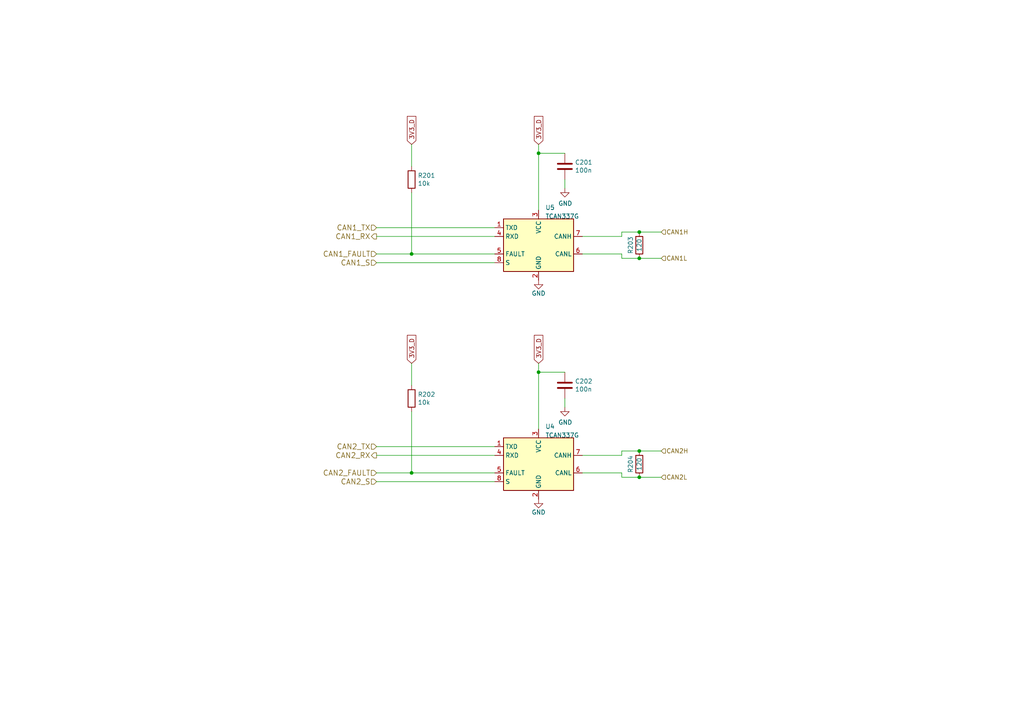
<source format=kicad_sch>
(kicad_sch (version 20230121) (generator eeschema)
  (paper "A4")
  (title_block (title "SatNOGS COMMS") (date "2020-02-20") (company "Libre Space Foundation") (comment 1 "CERN OHL version 1.2"))
  (lib_symbols
    (symbol "Device:C" (pin_numbers hide) (pin_names (offset 0.254))
      (property "Reference" "C" (at 0.635 2.54 0))
      (property "Value" "C" (at 0.635 -2.54 0))
      (symbol "C_0_1"
        (polyline (pts (xy -2.032 -0.762) (xy 2.032 -0.762)) (stroke (width 0.508)))
        (polyline (pts (xy -2.032 0.762) (xy 2.032 0.762)) (stroke (width 0.508)))
      )
      (symbol "C_1_1"
        (pin passive line (at 0 3.81 270) (length 2.794) (name "~") (number "1"))
        (pin passive line (at 0 -3.81 90) (length 2.794) (name "~") (number "2"))
      )
    )
    (symbol "Device:R" (pin_numbers hide) (pin_names (offset 0))
      (property "Reference" "R" (at 2.032 0 90))
      (property "Value" "R" (at 0 0 90))
      (symbol "R_0_1"
        (rectangle (start -1.016 -2.54) (end 1.016 2.54) (stroke (width 0.254)))
      )
      (symbol "R_1_1"
        (pin passive line (at 0 3.81 270) (length 1.27) (name "~") (number "1"))
        (pin passive line (at 0 -3.81 90) (length 1.27) (name "~") (number "2"))
      )
    )
    (symbol "Interface_CAN_LIN:TCAN337G"
      (property "Reference" "U" (at -10.16 8.89 0))
      (property "Value" "TCAN337G" (at 2.54 8.89 0))
      (symbol "TCAN337G_0_1"
        (rectangle (start -10.16 7.62) (end 10.16 -7.62) (stroke (width 0.254)) (fill (type background)))
      )
      (symbol "TCAN337G_1_1"
        (pin input line (at -12.7 5.08 0) (length 2.54) (name "TXD") (number "1"))
        (pin power_in line (at 0 -10.16 90) (length 2.54) (name "GND") (number "2"))
        (pin power_in line (at 0 10.16 270) (length 2.54) (name "VCC") (number "3"))
        (pin tri_state line (at -12.7 2.54 0) (length 2.54) (name "RXD") (number "4"))
        (pin open_collector line (at -12.7 -2.54 0) (length 2.54) (name "FAULT") (number "5"))
        (pin bidirectional line (at 12.7 -2.54 180) (length 2.54) (name "CANL") (number "6"))
        (pin bidirectional line (at 12.7 2.54 180) (length 2.54) (name "CANH") (number "7"))
        (pin input line (at -12.7 -5.08 0) (length 2.54) (name "S") (number "8"))
      )
    )
    (symbol "power:GND" (power) (pin_names (offset 0))
      (property "Value" "GND" (at 0 -3.81 0))
      (symbol "GND_0_1"
        (polyline (pts (xy 0 0) (xy 0 -1.27) (xy 1.27 -1.27) (xy 0 -2.54) (xy -1.27 -1.27) (xy 0 -1.27)))
      )
      (symbol "GND_1_1"
        (pin power_in line (at 0 0 270) (length 0) hide (name "GND") (number "1"))
      )
    )
  )
  (junction (at 185.42 67.31))
  (junction (at 156.21 44.45))
  (junction (at 185.42 138.43))
  (junction (at 119.38 137.16))
  (junction (at 156.21 107.95))
  (junction (at 185.42 74.93))
  (junction (at 185.42 130.81))
  (junction (at 119.38 73.66))
  (wire (pts (xy 191.77 130.81) (xy 185.42 130.81)))
  (wire (pts (xy 119.38 73.66) (xy 119.38 55.88)))
  (wire (pts (xy 156.21 44.45) (xy 156.21 60.96)))
  (wire (pts (xy 191.77 74.93) (xy 185.42 74.93)))
  (wire (pts (xy 156.21 105.41) (xy 156.21 107.95)))
  (wire (pts (xy 180.34 130.81) (xy 180.34 132.08)))
  (wire (pts (xy 156.21 107.95) (xy 156.21 124.46)))
  (wire (pts (xy 180.34 138.43) (xy 185.42 138.43)))
  (wire (pts (xy 180.34 68.58) (xy 168.91 68.58)))
  (wire (pts (xy 109.22 137.16) (xy 119.38 137.16)))
  (wire (pts (xy 191.77 67.31) (xy 185.42 67.31)))
  (wire (pts (xy 185.42 130.81) (xy 180.34 130.81)))
  (wire (pts (xy 163.83 107.95) (xy 156.21 107.95)))
  (wire (pts (xy 119.38 48.26) (xy 119.38 41.91)))
  (wire (pts (xy 163.83 52.07) (xy 163.83 54.61)))
  (wire (pts (xy 191.77 138.43) (xy 185.42 138.43)))
  (wire (pts (xy 109.22 132.08) (xy 143.51 132.08)))
  (wire (pts (xy 185.42 67.31) (xy 180.34 67.31)))
  (wire (pts (xy 119.38 73.66) (xy 143.51 73.66)))
  (wire (pts (xy 109.22 73.66) (xy 119.38 73.66)))
  (wire (pts (xy 119.38 111.76) (xy 119.38 105.41)))
  (wire (pts (xy 119.38 137.16) (xy 143.51 137.16)))
  (wire (pts (xy 156.21 41.91) (xy 156.21 44.45)))
  (wire (pts (xy 168.91 73.66) (xy 180.34 73.66)))
  (wire (pts (xy 180.34 138.43) (xy 180.34 137.16)))
  (wire (pts (xy 163.83 118.11) (xy 163.83 115.57)))
  (wire (pts (xy 168.91 137.16) (xy 180.34 137.16)))
  (wire (pts (xy 180.34 67.31) (xy 180.34 68.58)))
  (wire (pts (xy 109.22 76.2) (xy 143.51 76.2)))
  (wire (pts (xy 109.22 68.58) (xy 143.51 68.58)))
  (wire (pts (xy 109.22 139.7) (xy 143.51 139.7)))
  (wire (pts (xy 119.38 137.16) (xy 119.38 119.38)))
  (wire (pts (xy 180.34 132.08) (xy 168.91 132.08)))
  (wire (pts (xy 109.22 129.54) (xy 143.51 129.54)))
  (wire (pts (xy 109.22 66.04) (xy 143.51 66.04)))
  (wire (pts (xy 180.34 74.93) (xy 185.42 74.93)))
  (wire (pts (xy 180.34 74.93) (xy 180.34 73.66)))
  (wire (pts (xy 163.83 44.45) (xy 156.21 44.45)))
  (global_label "3V3_D" (shape input) (at 156.21 41.91 90) (property "Intersheetrefs" "${INTERSHEET_REFS}" (effects hide)))
  (global_label "3V3_D" (shape input) (at 119.38 105.41 90) (property "Intersheetrefs" "${INTERSHEET_REFS}" (effects hide)))
  (global_label "3V3_D" (shape input) (at 156.21 105.41 90) (property "Intersheetrefs" "${INTERSHEET_REFS}" (effects hide)))
  (global_label "3V3_D" (shape input) (at 119.38 41.91 90) (property "Intersheetrefs" "${INTERSHEET_REFS}" (effects hide)))
  (hierarchical_label "CAN2_S" (shape input) (at 109.22 139.7 180) (effects (font (size 1.524 1.524))))
  (hierarchical_label "CAN2L" (shape input) (at 191.77 138.43 0))
  (hierarchical_label "CAN2_TX" (shape input) (at 109.22 129.54 180) (effects (font (size 1.524 1.524))))
  (hierarchical_label "CAN1_RX" (shape output) (at 109.22 68.58 180) (effects (font (size 1.524 1.524))))
  (hierarchical_label "CAN1_FAULT" (shape input) (at 109.22 73.66 180) (effects (font (size 1.524 1.524))))
  (hierarchical_label "CAN1_TX" (shape input) (at 109.22 66.04 180) (effects (font (size 1.524 1.524))))
  (hierarchical_label "CAN1L" (shape input) (at 191.77 74.93 0))
  (hierarchical_label "CAN1_S" (shape input) (at 109.22 76.2 180) (effects (font (size 1.524 1.524))))
  (hierarchical_label "CAN2H" (shape input) (at 191.77 130.81 0))
  (hierarchical_label "CAN2_RX" (shape output) (at 109.22 132.08 180) (effects (font (size 1.524 1.524))))
  (hierarchical_label "CAN2_FAULT" (shape input) (at 109.22 137.16 180) (effects (font (size 1.524 1.524))))
  (hierarchical_label "CAN1H" (shape input) (at 191.77 67.31 0))
  (symbol (lib_id "power:GND") (at 156.21 81.28 0) (unit 1)
    (property "Reference" "#PWR0201" (effects hide))
    (property "Value" "GND" (at 156.21 85.09 0))
  )
  (symbol (lib_id "Device:R") (at 185.42 71.12 0) (unit 1)
    (property "Reference" "R203" (at 182.88 71.12 90))
    (property "Value" "120" (at 185.42 71.12 90))
    (property "Footprint" "Resistor_SMD:R_0603_1608Metric_Pad1.05x0.95mm_HandSolder" (effects hide))
    (property "PartNumber" "ERJ-3EKF1200V" (effects hide))
    (property "Comment" "Place only on terminal devices" (effects hide))
    (property "Variant" "Full CAN" (effects hide))
  )
  (symbol (lib_id "Device:C") (at 163.83 48.26 0) (unit 1)
    (property "Reference" "C201" (at 166.751 47.0916 0) (effects (justify left)))
    (property "Value" "100n" (at 166.751 49.403 0) (effects (justify left)))
    (property "Footprint" "Capacitor_SMD:C_0603_1608Metric" (effects hide))
    (property "PartNumber" "C0603C104K9RACTU" (effects hide))
    (property "Variant" "Full CAN" (effects hide))
  )
  (symbol (lib_id "power:GND") (at 163.83 54.61 0) (unit 1)
    (property "Reference" "#PWR0203" (effects hide))
    (property "Value" "GND" (at 163.957 59.0042 0))
  )
  (symbol (lib_id "Device:R") (at 119.38 52.07 0) (unit 1)
    (property "Reference" "R201" (at 121.158 50.9016 0) (effects (justify left)))
    (property "Value" "10k" (at 121.158 53.213 0) (effects (justify left)))
    (property "Footprint" "Resistor_SMD:R_0603_1608Metric_Pad1.05x0.95mm_HandSolder" (effects hide))
    (property "PartNumber" "CRCW060310K0FKECC" (effects hide))
    (property "Variant" "Full CAN" (effects hide))
  )
  (symbol (lib_id "power:GND") (at 156.21 144.78 0) (unit 1)
    (property "Reference" "#PWR0202" (effects hide))
    (property "Value" "GND" (at 156.21 148.59 0))
  )
  (symbol (lib_id "Device:C") (at 163.83 111.76 0) (unit 1)
    (property "Reference" "C202" (at 166.751 110.5916 0) (effects (justify left)))
    (property "Value" "100n" (at 166.751 112.903 0) (effects (justify left)))
    (property "Footprint" "Capacitor_SMD:C_0603_1608Metric" (effects hide))
    (property "PartNumber" "C0603C104K9RACTU" (effects hide))
    (property "Variant" "Full CAN" (effects hide))
  )
  (symbol (lib_id "power:GND") (at 163.83 118.11 0) (unit 1)
    (property "Reference" "#PWR0204" (effects hide))
    (property "Value" "GND" (at 163.957 122.5042 0))
  )
  (symbol (lib_id "Device:R") (at 119.38 115.57 0) (unit 1)
    (property "Reference" "R202" (at 121.158 114.4016 0) (effects (justify left)))
    (property "Value" "10k" (at 121.158 116.713 0) (effects (justify left)))
    (property "Footprint" "Resistor_SMD:R_0603_1608Metric_Pad1.05x0.95mm_HandSolder" (effects hide))
    (property "PartNumber" "CRCW060310K0FKECC" (effects hide))
    (property "Variant" "Full CAN" (effects hide))
  )
  (symbol (lib_id "Device:R") (at 185.42 134.62 0) (unit 1)
    (property "Reference" "R204" (at 182.88 134.62 90))
    (property "Value" "120" (at 185.42 134.62 90))
    (property "Footprint" "Resistor_SMD:R_0603_1608Metric_Pad1.05x0.95mm_HandSolder" (effects hide))
    (property "PartNumber" "ERJ-3EKF1200V" (effects hide))
    (property "Comment" "Place only on terminal devices" (effects hide))
    (property "Variant" "Full CAN" (effects hide))
  )
  (symbol (lib_id "Interface_CAN_LIN:TCAN337G") (at 156.21 71.12 0) (unit 1)
    (property "Reference" "U5" (at 158.1659 60.198 0) (effects (justify left)))
    (property "Value" "TCAN337G" (at 158.1659 62.738 0) (effects (justify left)))
    (property "Footprint" "Package_TO_SOT_SMD:SOT-23-8" (effects hide))
    (property "Datasheet" "http://www.ti.com/lit/ds/symlink/tcan337.pdf" (effects hide))
    (property "Sim.Enable" "0" (effects hide))
  )
  (symbol (lib_id "Interface_CAN_LIN:TCAN337G") (at 156.21 134.62 0) (unit 1)
    (property "Reference" "U4" (at 158.1659 123.698 0) (effects (justify left)))
    (property "Value" "TCAN337G" (at 158.1659 126.238 0) (effects (justify left)))
    (property "Footprint" "Package_TO_SOT_SMD:SOT-23-8" (effects hide))
    (property "Datasheet" "http://www.ti.com/lit/ds/symlink/tcan337.pdf" (effects hide))
    (property "Sim.Enable" "0" (effects hide))
  )
)
</source>
